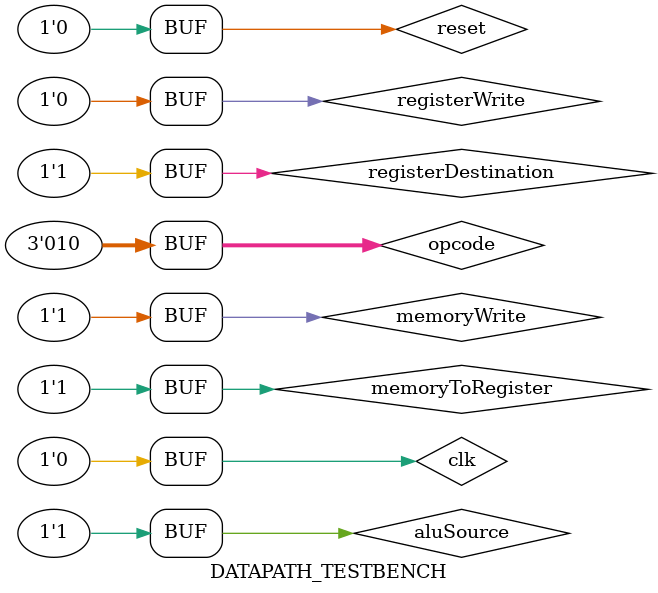
<source format=sv>
module PROGRAM_COUNTER
 (input logic clk, reset,
  output logic [31:0] count);

  // BEGIN BEHAVIOR
  always_ff @(negedge clk)
    if (reset) count <= 32'b0;
    else count <= count + 4;
endmodule

module SIGN_EXTEND
 (input logic [15:0] sxInput,
  output logic [31:0] sxResult);

  // BEGIN BEHAVIOR
  assign sxResult [31:16] = (sxInput[15] == 1) ? '1 : '0;
  assign sxResult [15:0]  = sxInput;
endmodule

// BEGIN DATAPATH

module DATAPATH
 (input logic clk, registerDestination, aluSource, memoryToRegister,
  input logic registerWrite, memoryWrite, reset,
  input logic [2:0] aluOpcode,
  output logic zero);

  // 1: Instruction
  // 2: Data
  // 3: Register

  // BEGIN BEHAVIOR
  logic [4:0] dataOut_1, dataOut_2, registerDataOut, multiplexerA, multiplexerB;
  logic [31:0] programCount, instructionMemoryOut;
  logic [31:0] aluOut, aluMuxOut, sxOutput;
  logic [31:0] registerData_1, registerData_2, memoryOut, memoryOut_1;

  PROGRAM_COUNTER     ProgramCounter(clk, reset, programCount);
  INSTRUCTION_MEMORY  InstructionMemory(clk, programCount, instructionMemoryOut);

  assign multiplexerA = instructionMemoryOut[20:16];
  assign multiplexerB = instructionMemoryOut[15:11];
  assign dataOut_1    = instructionMemoryOut[25:21];
  assign dataOut_2    = instructionMemoryOut[20:16];

  MULTIPLEXER #(5)    DataRegister(multiplexerA, multiplexerB, registerDestination, registerDataOut);
  REGISTER_MEMORY     RegisterMemory(clk, registerWrite, dataOut_1, dataOut_2, registerDataOut, registerData_1, registerData_2, memoryOut);
  SIGN_EXTEND         SignExtend(instructionMemoryOut[15:0], sxOutput);
  MULTIPLEXER #(32)   AluMux (registerData_2, sxOutput, aluSource, aluMuxOut);
  ALU #(32)           Alu(registerData_1, aluMuxOut, aluOpcode, aluOut, zero);
  DATA_MEMORY         DataMemory(clk, memoryWrite, aluOut, registerData_2, memoryOut_1);
  MULTIPLEXER #(32)   MemoryRegisterMux(aluOut, memoryOut_1, memoryToRegister, memoryOut);
endmodule

// BEGIN DATAPATH TESTBENCH

module DATAPATH_TESTBENCH ();
  logic clk, registerDestination, aluSource, memoryToRegister;
  logic registerWrite, memoryWrite, zero, reset;
  logic [2:0] opcode;

  // BEGIN BEHAVIOR
  DATAPATH DatapathTest(clk, registerDestination, aluSource, memoryToRegister, registerWrite, memoryWrite, reset, opcode, zero);

  initial begin
    reset = 1; clk = 1; #10; clk = 0; opcode = 'b010; #5; reset = 0; #5;
    registerDestination = 0; registerWrite = 1; aluSource = 1; opcode = 'b010; memoryWrite = 0; memoryToRegister = 1; clk = 1; #10;
    registerDestination = 0; registerWrite = 1; aluSource = 1; opcode = 'b010; memoryWrite = 0; memoryToRegister = 1; clk = 0; #10;
    clk = 1; #10;
    registerDestination = 1; registerWrite = 1; aluSource = 0; opcode = 'b010; memoryWrite = 0; memoryToRegister = 0; clk = 0; #10;
    clk = 1; #10;
    registerDestination = 1; registerWrite = 0; aluSource = 1; opcode = 'b010; memoryWrite = 1; memoryToRegister = 1; clk = 0; #10;
    clk = 1; #10;
    clk = 0; #10;
  end
endmodule

</source>
